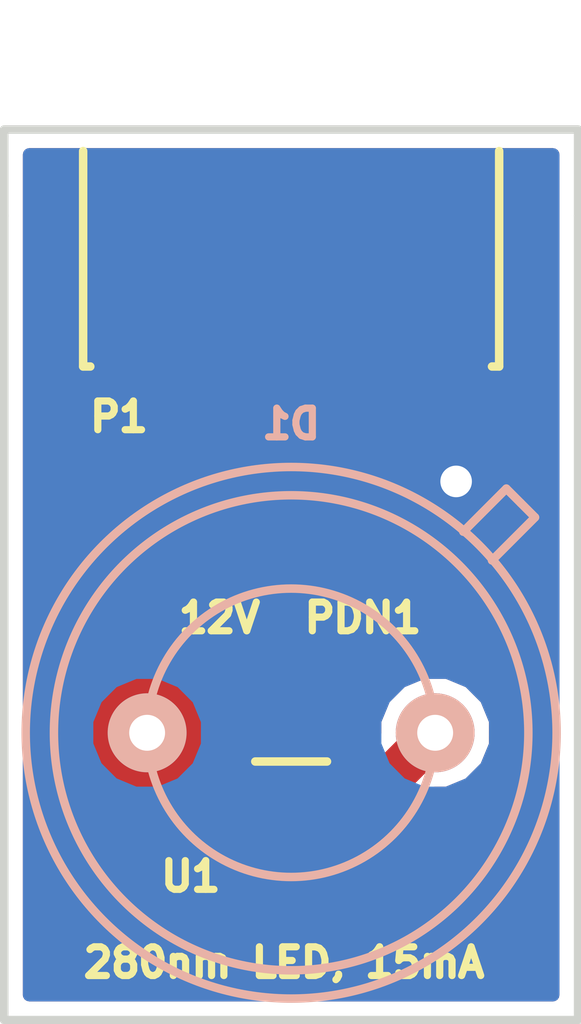
<source format=kicad_pcb>
(kicad_pcb (version 4) (host pcbnew 4.0.2-4+6225~38~ubuntu14.04.1-stable)

  (general
    (links 3)
    (no_connects 0)
    (area 128.829999 95.1945 139.140001 113.486001)
    (thickness 1.6)
    (drawings 11)
    (tracks 7)
    (zones 0)
    (modules 3)
    (nets 4)
  )

  (page A4)
  (layers
    (0 F.Cu signal)
    (31 B.Cu signal)
    (32 B.Adhes user)
    (33 F.Adhes user)
    (34 B.Paste user)
    (35 F.Paste user)
    (36 B.SilkS user)
    (37 F.SilkS user)
    (38 B.Mask user)
    (39 F.Mask user)
    (40 Dwgs.User user)
    (41 Cmts.User user)
    (42 Eco1.User user)
    (43 Eco2.User user)
    (44 Edge.Cuts user)
    (45 Margin user)
    (46 B.CrtYd user)
    (47 F.CrtYd user hide)
    (48 B.Fab user)
    (49 F.Fab user)
  )

  (setup
    (last_trace_width 0.762)
    (user_trace_width 0.381)
    (user_trace_width 0.762)
    (trace_clearance 0.1524)
    (zone_clearance 0.254)
    (zone_45_only no)
    (trace_min 0.1524)
    (segment_width 0.2)
    (edge_width 0.15)
    (via_size 0.6858)
    (via_drill 0.3302)
    (via_min_size 0.6858)
    (via_min_drill 0.3302)
    (user_via 0.762 0.3556)
    (user_via 1.016 0.5588)
    (uvia_size 0.3)
    (uvia_drill 0.1)
    (uvias_allowed no)
    (uvia_min_size 0)
    (uvia_min_drill 0)
    (pcb_text_width 0.3)
    (pcb_text_size 1.5 1.5)
    (mod_edge_width 0.15)
    (mod_text_size 0.508 0.508)
    (mod_text_width 0.127)
    (pad_size 1.524 1.524)
    (pad_drill 0.762)
    (pad_to_mask_clearance 0.0254)
    (aux_axis_origin 0 0)
    (visible_elements FFFFFF7F)
    (pcbplotparams
      (layerselection 0x010f0_80000001)
      (usegerberextensions false)
      (excludeedgelayer true)
      (linewidth 0.100000)
      (plotframeref false)
      (viasonmask false)
      (mode 1)
      (useauxorigin false)
      (hpglpennumber 1)
      (hpglpenspeed 20)
      (hpglpendiameter 15)
      (hpglpenoverlay 2)
      (psnegative false)
      (psa4output false)
      (plotreference true)
      (plotvalue true)
      (plotinvisibletext false)
      (padsonsilk false)
      (subtractmaskfromsilk false)
      (outputformat 1)
      (mirror false)
      (drillshape 0)
      (scaleselection 1)
      (outputdirectory led_driver_gbr/))
  )

  (net 0 "")
  (net 1 "Net-(D1-Pad1)")
  (net 2 /12V)
  (net 3 /PDN1)

  (net_class Default "This is the default net class."
    (clearance 0.1524)
    (trace_width 0.1524)
    (via_dia 0.6858)
    (via_drill 0.3302)
    (uvia_dia 0.3)
    (uvia_drill 0.1)
    (add_net /12V)
    (add_net /PDN1)
    (add_net "Net-(D1-Pad1)")
  )

  (module jnod_footprints:TO-5-2 (layer B.Cu) (tedit 56D9E1CB) (tstamp 56D8B60E)
    (at 133.985 108.331 180)
    (descr "TO-5, 2PIN")
    (tags "TO-5, 2PIN, TO-5-2")
    (path /56BA2082)
    (fp_text reference D1 (at 0 5.461 180) (layer B.SilkS)
      (effects (font (size 0.508 0.508) (thickness 0.127)) (justify mirror))
    )
    (fp_text value MTE280H33-UV (at -0.0254 -4.064 180) (layer B.Fab)
      (effects (font (size 0.508 0.508) (thickness 0.127)) (justify mirror))
    )
    (fp_line (start -4.064 4.064) (end -3.81 4.318) (layer B.SilkS) (width 0.15))
    (fp_line (start -3.81 4.318) (end -3.048 3.556) (layer B.SilkS) (width 0.15))
    (fp_line (start -4.064 4.064) (end -4.318 3.81) (layer B.SilkS) (width 0.15))
    (fp_line (start -4.318 3.81) (end -3.556 3.048) (layer B.SilkS) (width 0.15))
    (fp_circle (center 0 0) (end 2.55 0) (layer B.SilkS) (width 0.15))
    (fp_circle (center 0 0) (end 4.2 0) (layer B.SilkS) (width 0.15))
    (fp_circle (center 0 0) (end 4.7 0) (layer B.SilkS) (width 0.15))
    (pad 1 thru_hole circle (at -2.55 0 180) (size 1.397 1.397) (drill 0.635) (layers *.Cu *.Mask B.SilkS)
      (net 1 "Net-(D1-Pad1)"))
    (pad 2 thru_hole circle (at 2.55 0 180) (size 1.397 1.397) (drill 0.635) (layers *.Cu *.Mask B.SilkS)
      (net 2 /12V))
  )

  (module jnod_footprints:Sullins_M89_1X2 (layer F.Cu) (tedit 56D8C029) (tstamp 56D8C127)
    (at 132.715 103.886)
    (path /56B4126A)
    (fp_text reference P1 (at -1.778 -1.143) (layer F.SilkS)
      (effects (font (size 0.508 0.508) (thickness 0.127)))
    )
    (fp_text value CONN_01X02 (at 1.524 -7.993) (layer F.Fab)
      (effects (font (size 0.508 0.508) (thickness 0.127)))
    )
    (fp_line (start 4.953 -2.032) (end 4.826 -2.032) (layer F.SilkS) (width 0.15))
    (fp_line (start -2.413 -2.032) (end -2.286 -2.032) (layer F.SilkS) (width 0.15))
    (fp_line (start 4.953 -5.842) (end 4.953 -2.032) (layer F.SilkS) (width 0.15))
    (fp_line (start -2.413 -5.842) (end -2.413 -2.032) (layer F.SilkS) (width 0.15))
    (fp_line (start -2.159 -6.096) (end 4.699 -6.096) (layer Dwgs.User) (width 0.0762))
    (pad 1 smd rect (at 0 0) (size 1.27 3.048) (layers F.Cu F.Paste F.Mask)
      (net 2 /12V))
    (pad 2 smd rect (at 2.54 0) (size 1.27 3.048) (layers F.Cu F.Paste F.Mask)
      (net 3 /PDN1))
  )

  (module jnod_footprints:PowerDI-123_B (layer F.Cu) (tedit 56D8C05C) (tstamp 56D8C51A)
    (at 133.985 110.871 90)
    (path /56B41392)
    (fp_text reference U1 (at 0 -1.778 180) (layer F.SilkS)
      (effects (font (size 0.508 0.508) (thickness 0.127)))
    )
    (fp_text value AL5809-15P1-7 (at 2.056 -2.436 90) (layer F.Fab)
      (effects (font (size 0.508 0.508) (thickness 0.127)))
    )
    (fp_line (start 2.032 -0.635) (end 2.032 0.635) (layer F.SilkS) (width 0.15))
    (pad 1 smd rect (at 0 0 90) (size 1.2 1.5) (layers F.Cu F.Paste F.Mask)
      (net 1 "Net-(D1-Pad1)"))
    (pad 2 smd rect (at 3.05 0 90) (size 1.2 1.5) (layers F.Cu F.Paste F.Mask)
      (net 3 /PDN1))
  )

  (gr_text "280nm LED, 15mA" (at 133.858 112.395) (layer F.SilkS)
    (effects (font (size 0.508 0.508) (thickness 0.127)))
  )
  (gr_line (start 139.065 97.663) (end 139.065 99.187) (angle 90) (layer Edge.Cuts) (width 0.15))
  (gr_line (start 128.905 97.663) (end 139.065 97.663) (angle 90) (layer Edge.Cuts) (width 0.15))
  (gr_line (start 128.905 97.79) (end 128.905 97.663) (angle 90) (layer Edge.Cuts) (width 0.15))
  (gr_line (start 128.905 99.187) (end 128.905 97.79) (angle 90) (layer Edge.Cuts) (width 0.15))
  (gr_text PDN1 (at 135.255 106.299) (layer F.SilkS)
    (effects (font (size 0.508 0.508) (thickness 0.127)))
  )
  (gr_text 12V (at 132.715 106.299) (layer F.SilkS)
    (effects (font (size 0.508 0.508) (thickness 0.127)))
  )
  (gr_line (start 128.905 113.411) (end 139.065 113.411) (angle 90) (layer Edge.Cuts) (width 0.15))
  (gr_line (start 128.905 113.284) (end 128.905 113.411) (angle 90) (layer Edge.Cuts) (width 0.15))
  (gr_line (start 139.065 99.187) (end 139.065 113.411) (angle 90) (layer Edge.Cuts) (width 0.15))
  (gr_line (start 128.905 113.284) (end 128.905 99.187) (angle 90) (layer Edge.Cuts) (width 0.15))

  (segment (start 133.985 110.871) (end 133.995 110.871) (width 0.762) (layer F.Cu) (net 1) (status C00000))
  (segment (start 133.995 110.871) (end 136.535 108.331) (width 0.762) (layer F.Cu) (net 1) (tstamp 56DC74AE) (status C00000))
  (segment (start 136.535 108.2675) (end 136.535 108.4795) (width 0.762) (layer F.Cu) (net 1))
  (segment (start 135.255 103.886) (end 135.255 106.551) (width 0.762) (layer F.Cu) (net 3) (status 400000))
  (segment (start 135.255 106.551) (end 133.985 107.821) (width 0.762) (layer F.Cu) (net 3) (tstamp 56DC74D1) (status 800000))
  (segment (start 135.255 103.886) (end 136.906 103.886) (width 0.762) (layer F.Cu) (net 3) (status 400000))
  (via (at 136.906 103.886) (size 1.016) (drill 0.5588) (layers F.Cu B.Cu) (net 3))

  (zone (net 2) (net_name /12V) (layer F.Cu) (tstamp 56DC743B) (hatch edge 0.508)
    (connect_pads yes (clearance 0.254))
    (min_thickness 0.2286)
    (fill yes (arc_segments 16) (thermal_gap 0.508) (thermal_bridge_width 0.508))
    (polygon
      (pts
        (xy 129.032 97.79) (xy 138.938 97.79) (xy 138.938 113.284) (xy 129.032 113.284)
      )
    )
    (filled_polygon
      (pts
        (xy 138.6217 112.9677) (xy 129.3483 112.9677) (xy 129.3483 110.271) (xy 132.859485 110.271) (xy 132.859485 111.471)
        (xy 132.885166 111.607484) (xy 132.965828 111.732836) (xy 133.088904 111.81693) (xy 133.235 111.846515) (xy 134.735 111.846515)
        (xy 134.871484 111.820834) (xy 134.996836 111.740172) (xy 135.08093 111.617096) (xy 135.110515 111.471) (xy 135.110515 110.815155)
        (xy 136.527875 109.397795) (xy 136.746269 109.397985) (xy 137.138504 109.235916) (xy 137.438862 108.936083) (xy 137.601615 108.544131)
        (xy 137.601985 108.119731) (xy 137.439916 107.727496) (xy 137.140083 107.427138) (xy 136.748131 107.264385) (xy 136.323731 107.264015)
        (xy 135.931496 107.426084) (xy 135.631138 107.725917) (xy 135.468385 108.117869) (xy 135.468193 108.338137) (xy 133.910845 109.895485)
        (xy 133.235 109.895485) (xy 133.098516 109.921166) (xy 132.973164 110.001828) (xy 132.88907 110.124904) (xy 132.859485 110.271)
        (xy 129.3483 110.271) (xy 129.3483 107.221) (xy 132.859485 107.221) (xy 132.859485 108.421) (xy 132.885166 108.557484)
        (xy 132.965828 108.682836) (xy 133.088904 108.76693) (xy 133.235 108.796515) (xy 134.735 108.796515) (xy 134.871484 108.770834)
        (xy 134.996836 108.690172) (xy 135.08093 108.567096) (xy 135.110515 108.421) (xy 135.110515 107.755155) (xy 135.784835 107.080835)
        (xy 135.947263 106.837745) (xy 136.0043 106.551) (xy 136.0043 105.764008) (xy 136.026484 105.759834) (xy 136.151836 105.679172)
        (xy 136.23593 105.556096) (xy 136.265515 105.41) (xy 136.265515 104.6353) (xy 136.425445 104.6353) (xy 136.730928 104.762148)
        (xy 137.079542 104.762452) (xy 137.401736 104.629324) (xy 137.648458 104.383032) (xy 137.782148 104.061072) (xy 137.782452 103.712458)
        (xy 137.649324 103.390264) (xy 137.403032 103.143542) (xy 137.081072 103.009852) (xy 136.732458 103.009548) (xy 136.424727 103.1367)
        (xy 136.265515 103.1367) (xy 136.265515 102.362) (xy 136.239834 102.225516) (xy 136.159172 102.100164) (xy 136.036096 102.01607)
        (xy 135.89 101.986485) (xy 134.62 101.986485) (xy 134.483516 102.012166) (xy 134.358164 102.092828) (xy 134.27407 102.215904)
        (xy 134.244485 102.362) (xy 134.244485 105.41) (xy 134.270166 105.546484) (xy 134.350828 105.671836) (xy 134.473904 105.75593)
        (xy 134.5057 105.762369) (xy 134.5057 106.24063) (xy 133.900845 106.845485) (xy 133.235 106.845485) (xy 133.098516 106.871166)
        (xy 132.973164 106.951828) (xy 132.88907 107.074904) (xy 132.859485 107.221) (xy 129.3483 107.221) (xy 129.3483 98.1063)
        (xy 138.6217 98.1063)
      )
    )
  )
  (zone (net 3) (net_name /PDN1) (layer B.Cu) (tstamp 56DC7450) (hatch edge 0.508)
    (connect_pads yes (clearance 0.254))
    (min_thickness 0.2286)
    (fill yes (arc_segments 16) (thermal_gap 0.508) (thermal_bridge_width 0.508))
    (polygon
      (pts
        (xy 129.032 113.284) (xy 138.938 113.284) (xy 138.938 97.79) (xy 129.032 97.79)
      )
    )
    (filled_polygon
      (pts
        (xy 138.6217 112.9677) (xy 129.3483 112.9677) (xy 129.3483 108.542269) (xy 130.368015 108.542269) (xy 130.530084 108.934504)
        (xy 130.829917 109.234862) (xy 131.221869 109.397615) (xy 131.646269 109.397985) (xy 132.038504 109.235916) (xy 132.338862 108.936083)
        (xy 132.501615 108.544131) (xy 132.501616 108.542269) (xy 135.468015 108.542269) (xy 135.630084 108.934504) (xy 135.929917 109.234862)
        (xy 136.321869 109.397615) (xy 136.746269 109.397985) (xy 137.138504 109.235916) (xy 137.438862 108.936083) (xy 137.601615 108.544131)
        (xy 137.601985 108.119731) (xy 137.439916 107.727496) (xy 137.140083 107.427138) (xy 136.748131 107.264385) (xy 136.323731 107.264015)
        (xy 135.931496 107.426084) (xy 135.631138 107.725917) (xy 135.468385 108.117869) (xy 135.468015 108.542269) (xy 132.501616 108.542269)
        (xy 132.501985 108.119731) (xy 132.339916 107.727496) (xy 132.040083 107.427138) (xy 131.648131 107.264385) (xy 131.223731 107.264015)
        (xy 130.831496 107.426084) (xy 130.531138 107.725917) (xy 130.368385 108.117869) (xy 130.368015 108.542269) (xy 129.3483 108.542269)
        (xy 129.3483 98.1063) (xy 138.6217 98.1063)
      )
    )
  )
)

</source>
